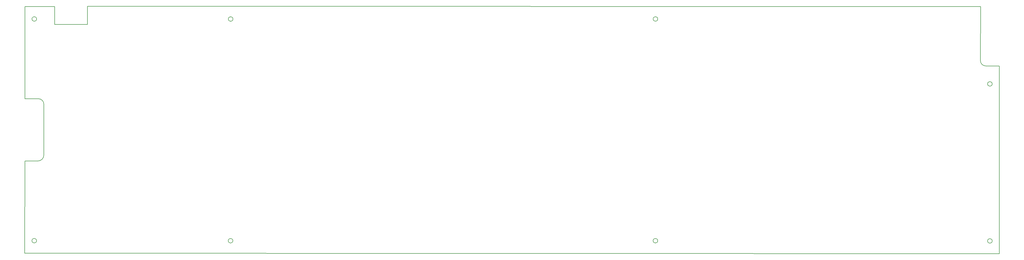
<source format=gm1>
G04 #@! TF.GenerationSoftware,KiCad,Pcbnew,(6.0.4-0)*
G04 #@! TF.CreationDate,2022-06-29T10:28:43-05:00*
G04 #@! TF.ProjectId,X-,582d2e6b-6963-4616-945f-706362585858,4*
G04 #@! TF.SameCoordinates,Original*
G04 #@! TF.FileFunction,Profile,NP*
%FSLAX46Y46*%
G04 Gerber Fmt 4.6, Leading zero omitted, Abs format (unit mm)*
G04 Created by KiCad (PCBNEW (6.0.4-0)) date 2022-06-29 10:28:43*
%MOMM*%
%LPD*%
G01*
G04 APERTURE LIST*
G04 #@! TA.AperFunction,Profile*
%ADD10C,0.150000*%
G04 #@! TD*
G04 APERTURE END LIST*
D10*
X380482000Y-121190500D02*
X380482000Y-184246000D01*
X74080000Y-101180000D02*
X374195500Y-101188000D01*
X56962616Y-179915300D02*
G75*
G03*
X56962616Y-179915300I-775116J0D01*
G01*
X53076000Y-153131000D02*
X57394000Y-153131000D01*
X56975316Y-105404400D02*
G75*
G03*
X56975316Y-105404400I-775116J0D01*
G01*
X57394000Y-153131000D02*
G75*
G03*
X59426000Y-151099000I0J2032000D01*
G01*
X74080000Y-107200000D02*
X74080000Y-101180000D01*
X59426000Y-134081000D02*
G75*
G03*
X57521000Y-132176000I-1905000J0D01*
G01*
X53076000Y-132176000D02*
X53076000Y-101188000D01*
X59426000Y-151099000D02*
X59426000Y-134081000D01*
X63070000Y-107200000D02*
X74080000Y-107200000D01*
X63080000Y-101190000D02*
X63070000Y-107200000D01*
X52949000Y-184119000D02*
X53076000Y-153131000D01*
X378081804Y-127223000D02*
G75*
G03*
X378081804Y-127223000I-774804J0D01*
G01*
X374195500Y-101188000D02*
X374132000Y-119412500D01*
X265699816Y-105404400D02*
G75*
G03*
X265699816Y-105404400I-775116J0D01*
G01*
X265687428Y-179928000D02*
G75*
G03*
X265687428Y-179928000I-775428J0D01*
G01*
X374132000Y-119412500D02*
G75*
G03*
X375910000Y-121190500I1778000J0D01*
G01*
X375910000Y-121190500D02*
X380482000Y-121190500D01*
X57521000Y-132176000D02*
X53076000Y-132176000D01*
X122926416Y-179928000D02*
G75*
G03*
X122926416Y-179928000I-775116J0D01*
G01*
X380482000Y-184246000D02*
X52949000Y-184119000D01*
X53076000Y-101188000D02*
X63080000Y-101190000D01*
X122964204Y-105417100D02*
G75*
G03*
X122964204Y-105417100I-774804J0D01*
G01*
X378082116Y-179991500D02*
G75*
G03*
X378082116Y-179991500I-775116J0D01*
G01*
M02*

</source>
